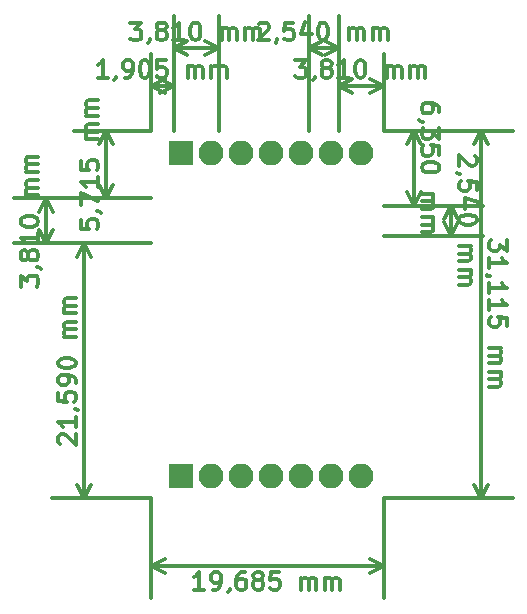
<source format=gbs>
G04 #@! TF.FileFunction,Soldermask,Bot*
%FSLAX46Y46*%
G04 Gerber Fmt 4.6, Leading zero omitted, Abs format (unit mm)*
G04 Created by KiCad (PCBNEW 4.0.7-e1-6374~58~ubuntu16.04.1) date Wed Aug  2 11:39:58 2017*
%MOMM*%
%LPD*%
G01*
G04 APERTURE LIST*
%ADD10C,0.100000*%
%ADD11C,0.300000*%
%ADD12R,2.100000X2.100000*%
%ADD13O,2.100000X2.100000*%
G04 APERTURE END LIST*
D10*
D11*
X175475001Y-92586429D02*
X175546430Y-92515000D01*
X175689287Y-92443571D01*
X176046430Y-92443571D01*
X176189287Y-92515000D01*
X176260716Y-92586429D01*
X176332144Y-92729286D01*
X176332144Y-92872143D01*
X176260716Y-93086429D01*
X175403573Y-93943571D01*
X176332144Y-93943571D01*
X177046429Y-93872143D02*
X177046429Y-93943571D01*
X176975001Y-94086429D01*
X176903572Y-94157857D01*
X178403573Y-92443571D02*
X177689287Y-92443571D01*
X177617858Y-93157857D01*
X177689287Y-93086429D01*
X177832144Y-93015000D01*
X178189287Y-93015000D01*
X178332144Y-93086429D01*
X178403573Y-93157857D01*
X178475001Y-93300714D01*
X178475001Y-93657857D01*
X178403573Y-93800714D01*
X178332144Y-93872143D01*
X178189287Y-93943571D01*
X177832144Y-93943571D01*
X177689287Y-93872143D01*
X177617858Y-93800714D01*
X179760715Y-92943571D02*
X179760715Y-93943571D01*
X179403572Y-92372143D02*
X179046429Y-93443571D01*
X179975001Y-93443571D01*
X180832143Y-92443571D02*
X180975000Y-92443571D01*
X181117857Y-92515000D01*
X181189286Y-92586429D01*
X181260715Y-92729286D01*
X181332143Y-93015000D01*
X181332143Y-93372143D01*
X181260715Y-93657857D01*
X181189286Y-93800714D01*
X181117857Y-93872143D01*
X180975000Y-93943571D01*
X180832143Y-93943571D01*
X180689286Y-93872143D01*
X180617857Y-93800714D01*
X180546429Y-93657857D01*
X180475000Y-93372143D01*
X180475000Y-93015000D01*
X180546429Y-92729286D01*
X180617857Y-92586429D01*
X180689286Y-92515000D01*
X180832143Y-92443571D01*
X183117857Y-93943571D02*
X183117857Y-92943571D01*
X183117857Y-93086429D02*
X183189285Y-93015000D01*
X183332143Y-92943571D01*
X183546428Y-92943571D01*
X183689285Y-93015000D01*
X183760714Y-93157857D01*
X183760714Y-93943571D01*
X183760714Y-93157857D02*
X183832143Y-93015000D01*
X183975000Y-92943571D01*
X184189285Y-92943571D01*
X184332143Y-93015000D01*
X184403571Y-93157857D01*
X184403571Y-93943571D01*
X185117857Y-93943571D02*
X185117857Y-92943571D01*
X185117857Y-93086429D02*
X185189285Y-93015000D01*
X185332143Y-92943571D01*
X185546428Y-92943571D01*
X185689285Y-93015000D01*
X185760714Y-93157857D01*
X185760714Y-93943571D01*
X185760714Y-93157857D02*
X185832143Y-93015000D01*
X185975000Y-92943571D01*
X186189285Y-92943571D01*
X186332143Y-93015000D01*
X186403571Y-93157857D01*
X186403571Y-93943571D01*
X182245000Y-94615000D02*
X179705000Y-94615000D01*
X182245000Y-101600000D02*
X182245000Y-91915000D01*
X179705000Y-101600000D02*
X179705000Y-91915000D01*
X179705000Y-94615000D02*
X180831504Y-94028579D01*
X179705000Y-94615000D02*
X180831504Y-95201421D01*
X182245000Y-94615000D02*
X181118496Y-94028579D01*
X182245000Y-94615000D02*
X181118496Y-95201421D01*
X178578573Y-95618571D02*
X179507144Y-95618571D01*
X179007144Y-96190000D01*
X179221430Y-96190000D01*
X179364287Y-96261429D01*
X179435716Y-96332857D01*
X179507144Y-96475714D01*
X179507144Y-96832857D01*
X179435716Y-96975714D01*
X179364287Y-97047143D01*
X179221430Y-97118571D01*
X178792858Y-97118571D01*
X178650001Y-97047143D01*
X178578573Y-96975714D01*
X180221429Y-97047143D02*
X180221429Y-97118571D01*
X180150001Y-97261429D01*
X180078572Y-97332857D01*
X181078573Y-96261429D02*
X180935715Y-96190000D01*
X180864287Y-96118571D01*
X180792858Y-95975714D01*
X180792858Y-95904286D01*
X180864287Y-95761429D01*
X180935715Y-95690000D01*
X181078573Y-95618571D01*
X181364287Y-95618571D01*
X181507144Y-95690000D01*
X181578573Y-95761429D01*
X181650001Y-95904286D01*
X181650001Y-95975714D01*
X181578573Y-96118571D01*
X181507144Y-96190000D01*
X181364287Y-96261429D01*
X181078573Y-96261429D01*
X180935715Y-96332857D01*
X180864287Y-96404286D01*
X180792858Y-96547143D01*
X180792858Y-96832857D01*
X180864287Y-96975714D01*
X180935715Y-97047143D01*
X181078573Y-97118571D01*
X181364287Y-97118571D01*
X181507144Y-97047143D01*
X181578573Y-96975714D01*
X181650001Y-96832857D01*
X181650001Y-96547143D01*
X181578573Y-96404286D01*
X181507144Y-96332857D01*
X181364287Y-96261429D01*
X183078572Y-97118571D02*
X182221429Y-97118571D01*
X182650001Y-97118571D02*
X182650001Y-95618571D01*
X182507144Y-95832857D01*
X182364286Y-95975714D01*
X182221429Y-96047143D01*
X184007143Y-95618571D02*
X184150000Y-95618571D01*
X184292857Y-95690000D01*
X184364286Y-95761429D01*
X184435715Y-95904286D01*
X184507143Y-96190000D01*
X184507143Y-96547143D01*
X184435715Y-96832857D01*
X184364286Y-96975714D01*
X184292857Y-97047143D01*
X184150000Y-97118571D01*
X184007143Y-97118571D01*
X183864286Y-97047143D01*
X183792857Y-96975714D01*
X183721429Y-96832857D01*
X183650000Y-96547143D01*
X183650000Y-96190000D01*
X183721429Y-95904286D01*
X183792857Y-95761429D01*
X183864286Y-95690000D01*
X184007143Y-95618571D01*
X186292857Y-97118571D02*
X186292857Y-96118571D01*
X186292857Y-96261429D02*
X186364285Y-96190000D01*
X186507143Y-96118571D01*
X186721428Y-96118571D01*
X186864285Y-96190000D01*
X186935714Y-96332857D01*
X186935714Y-97118571D01*
X186935714Y-96332857D02*
X187007143Y-96190000D01*
X187150000Y-96118571D01*
X187364285Y-96118571D01*
X187507143Y-96190000D01*
X187578571Y-96332857D01*
X187578571Y-97118571D01*
X188292857Y-97118571D02*
X188292857Y-96118571D01*
X188292857Y-96261429D02*
X188364285Y-96190000D01*
X188507143Y-96118571D01*
X188721428Y-96118571D01*
X188864285Y-96190000D01*
X188935714Y-96332857D01*
X188935714Y-97118571D01*
X188935714Y-96332857D02*
X189007143Y-96190000D01*
X189150000Y-96118571D01*
X189364285Y-96118571D01*
X189507143Y-96190000D01*
X189578571Y-96332857D01*
X189578571Y-97118571D01*
X186055000Y-97790000D02*
X182245000Y-97790000D01*
X186055000Y-101600000D02*
X186055000Y-95090000D01*
X182245000Y-101600000D02*
X182245000Y-95090000D01*
X182245000Y-97790000D02*
X183371504Y-97203579D01*
X182245000Y-97790000D02*
X183371504Y-98376421D01*
X186055000Y-97790000D02*
X184928496Y-97203579D01*
X186055000Y-97790000D02*
X184928496Y-98376421D01*
X164608573Y-92443571D02*
X165537144Y-92443571D01*
X165037144Y-93015000D01*
X165251430Y-93015000D01*
X165394287Y-93086429D01*
X165465716Y-93157857D01*
X165537144Y-93300714D01*
X165537144Y-93657857D01*
X165465716Y-93800714D01*
X165394287Y-93872143D01*
X165251430Y-93943571D01*
X164822858Y-93943571D01*
X164680001Y-93872143D01*
X164608573Y-93800714D01*
X166251429Y-93872143D02*
X166251429Y-93943571D01*
X166180001Y-94086429D01*
X166108572Y-94157857D01*
X167108573Y-93086429D02*
X166965715Y-93015000D01*
X166894287Y-92943571D01*
X166822858Y-92800714D01*
X166822858Y-92729286D01*
X166894287Y-92586429D01*
X166965715Y-92515000D01*
X167108573Y-92443571D01*
X167394287Y-92443571D01*
X167537144Y-92515000D01*
X167608573Y-92586429D01*
X167680001Y-92729286D01*
X167680001Y-92800714D01*
X167608573Y-92943571D01*
X167537144Y-93015000D01*
X167394287Y-93086429D01*
X167108573Y-93086429D01*
X166965715Y-93157857D01*
X166894287Y-93229286D01*
X166822858Y-93372143D01*
X166822858Y-93657857D01*
X166894287Y-93800714D01*
X166965715Y-93872143D01*
X167108573Y-93943571D01*
X167394287Y-93943571D01*
X167537144Y-93872143D01*
X167608573Y-93800714D01*
X167680001Y-93657857D01*
X167680001Y-93372143D01*
X167608573Y-93229286D01*
X167537144Y-93157857D01*
X167394287Y-93086429D01*
X169108572Y-93943571D02*
X168251429Y-93943571D01*
X168680001Y-93943571D02*
X168680001Y-92443571D01*
X168537144Y-92657857D01*
X168394286Y-92800714D01*
X168251429Y-92872143D01*
X170037143Y-92443571D02*
X170180000Y-92443571D01*
X170322857Y-92515000D01*
X170394286Y-92586429D01*
X170465715Y-92729286D01*
X170537143Y-93015000D01*
X170537143Y-93372143D01*
X170465715Y-93657857D01*
X170394286Y-93800714D01*
X170322857Y-93872143D01*
X170180000Y-93943571D01*
X170037143Y-93943571D01*
X169894286Y-93872143D01*
X169822857Y-93800714D01*
X169751429Y-93657857D01*
X169680000Y-93372143D01*
X169680000Y-93015000D01*
X169751429Y-92729286D01*
X169822857Y-92586429D01*
X169894286Y-92515000D01*
X170037143Y-92443571D01*
X172322857Y-93943571D02*
X172322857Y-92943571D01*
X172322857Y-93086429D02*
X172394285Y-93015000D01*
X172537143Y-92943571D01*
X172751428Y-92943571D01*
X172894285Y-93015000D01*
X172965714Y-93157857D01*
X172965714Y-93943571D01*
X172965714Y-93157857D02*
X173037143Y-93015000D01*
X173180000Y-92943571D01*
X173394285Y-92943571D01*
X173537143Y-93015000D01*
X173608571Y-93157857D01*
X173608571Y-93943571D01*
X174322857Y-93943571D02*
X174322857Y-92943571D01*
X174322857Y-93086429D02*
X174394285Y-93015000D01*
X174537143Y-92943571D01*
X174751428Y-92943571D01*
X174894285Y-93015000D01*
X174965714Y-93157857D01*
X174965714Y-93943571D01*
X174965714Y-93157857D02*
X175037143Y-93015000D01*
X175180000Y-92943571D01*
X175394285Y-92943571D01*
X175537143Y-93015000D01*
X175608571Y-93157857D01*
X175608571Y-93943571D01*
X168275000Y-94615000D02*
X172085000Y-94615000D01*
X168275000Y-101600000D02*
X168275000Y-91915000D01*
X172085000Y-101600000D02*
X172085000Y-91915000D01*
X172085000Y-94615000D02*
X170958496Y-95201421D01*
X172085000Y-94615000D02*
X170958496Y-94028579D01*
X168275000Y-94615000D02*
X169401504Y-95201421D01*
X168275000Y-94615000D02*
X169401504Y-94028579D01*
X162679644Y-97118571D02*
X161822501Y-97118571D01*
X162251073Y-97118571D02*
X162251073Y-95618571D01*
X162108216Y-95832857D01*
X161965358Y-95975714D01*
X161822501Y-96047143D01*
X163393929Y-97047143D02*
X163393929Y-97118571D01*
X163322501Y-97261429D01*
X163251072Y-97332857D01*
X164108215Y-97118571D02*
X164393930Y-97118571D01*
X164536787Y-97047143D01*
X164608215Y-96975714D01*
X164751073Y-96761429D01*
X164822501Y-96475714D01*
X164822501Y-95904286D01*
X164751073Y-95761429D01*
X164679644Y-95690000D01*
X164536787Y-95618571D01*
X164251073Y-95618571D01*
X164108215Y-95690000D01*
X164036787Y-95761429D01*
X163965358Y-95904286D01*
X163965358Y-96261429D01*
X164036787Y-96404286D01*
X164108215Y-96475714D01*
X164251073Y-96547143D01*
X164536787Y-96547143D01*
X164679644Y-96475714D01*
X164751073Y-96404286D01*
X164822501Y-96261429D01*
X165751072Y-95618571D02*
X165893929Y-95618571D01*
X166036786Y-95690000D01*
X166108215Y-95761429D01*
X166179644Y-95904286D01*
X166251072Y-96190000D01*
X166251072Y-96547143D01*
X166179644Y-96832857D01*
X166108215Y-96975714D01*
X166036786Y-97047143D01*
X165893929Y-97118571D01*
X165751072Y-97118571D01*
X165608215Y-97047143D01*
X165536786Y-96975714D01*
X165465358Y-96832857D01*
X165393929Y-96547143D01*
X165393929Y-96190000D01*
X165465358Y-95904286D01*
X165536786Y-95761429D01*
X165608215Y-95690000D01*
X165751072Y-95618571D01*
X167608215Y-95618571D02*
X166893929Y-95618571D01*
X166822500Y-96332857D01*
X166893929Y-96261429D01*
X167036786Y-96190000D01*
X167393929Y-96190000D01*
X167536786Y-96261429D01*
X167608215Y-96332857D01*
X167679643Y-96475714D01*
X167679643Y-96832857D01*
X167608215Y-96975714D01*
X167536786Y-97047143D01*
X167393929Y-97118571D01*
X167036786Y-97118571D01*
X166893929Y-97047143D01*
X166822500Y-96975714D01*
X169465357Y-97118571D02*
X169465357Y-96118571D01*
X169465357Y-96261429D02*
X169536785Y-96190000D01*
X169679643Y-96118571D01*
X169893928Y-96118571D01*
X170036785Y-96190000D01*
X170108214Y-96332857D01*
X170108214Y-97118571D01*
X170108214Y-96332857D02*
X170179643Y-96190000D01*
X170322500Y-96118571D01*
X170536785Y-96118571D01*
X170679643Y-96190000D01*
X170751071Y-96332857D01*
X170751071Y-97118571D01*
X171465357Y-97118571D02*
X171465357Y-96118571D01*
X171465357Y-96261429D02*
X171536785Y-96190000D01*
X171679643Y-96118571D01*
X171893928Y-96118571D01*
X172036785Y-96190000D01*
X172108214Y-96332857D01*
X172108214Y-97118571D01*
X172108214Y-96332857D02*
X172179643Y-96190000D01*
X172322500Y-96118571D01*
X172536785Y-96118571D01*
X172679643Y-96190000D01*
X172751071Y-96332857D01*
X172751071Y-97118571D01*
X166370000Y-97790000D02*
X168275000Y-97790000D01*
X166370000Y-101600000D02*
X166370000Y-95090000D01*
X168275000Y-101600000D02*
X168275000Y-95090000D01*
X168275000Y-97790000D02*
X167148496Y-98376421D01*
X168275000Y-97790000D02*
X167148496Y-97203579D01*
X166370000Y-97790000D02*
X167496504Y-98376421D01*
X166370000Y-97790000D02*
X167496504Y-97203579D01*
X193798571Y-103720001D02*
X193870000Y-103791430D01*
X193941429Y-103934287D01*
X193941429Y-104291430D01*
X193870000Y-104434287D01*
X193798571Y-104505716D01*
X193655714Y-104577144D01*
X193512857Y-104577144D01*
X193298571Y-104505716D01*
X192441429Y-103648573D01*
X192441429Y-104577144D01*
X192512857Y-105291429D02*
X192441429Y-105291429D01*
X192298571Y-105220001D01*
X192227143Y-105148572D01*
X193941429Y-106648573D02*
X193941429Y-105934287D01*
X193227143Y-105862858D01*
X193298571Y-105934287D01*
X193370000Y-106077144D01*
X193370000Y-106434287D01*
X193298571Y-106577144D01*
X193227143Y-106648573D01*
X193084286Y-106720001D01*
X192727143Y-106720001D01*
X192584286Y-106648573D01*
X192512857Y-106577144D01*
X192441429Y-106434287D01*
X192441429Y-106077144D01*
X192512857Y-105934287D01*
X192584286Y-105862858D01*
X193441429Y-108005715D02*
X192441429Y-108005715D01*
X194012857Y-107648572D02*
X192941429Y-107291429D01*
X192941429Y-108220001D01*
X193941429Y-109077143D02*
X193941429Y-109220000D01*
X193870000Y-109362857D01*
X193798571Y-109434286D01*
X193655714Y-109505715D01*
X193370000Y-109577143D01*
X193012857Y-109577143D01*
X192727143Y-109505715D01*
X192584286Y-109434286D01*
X192512857Y-109362857D01*
X192441429Y-109220000D01*
X192441429Y-109077143D01*
X192512857Y-108934286D01*
X192584286Y-108862857D01*
X192727143Y-108791429D01*
X193012857Y-108720000D01*
X193370000Y-108720000D01*
X193655714Y-108791429D01*
X193798571Y-108862857D01*
X193870000Y-108934286D01*
X193941429Y-109077143D01*
X192441429Y-111362857D02*
X193441429Y-111362857D01*
X193298571Y-111362857D02*
X193370000Y-111434285D01*
X193441429Y-111577143D01*
X193441429Y-111791428D01*
X193370000Y-111934285D01*
X193227143Y-112005714D01*
X192441429Y-112005714D01*
X193227143Y-112005714D02*
X193370000Y-112077143D01*
X193441429Y-112220000D01*
X193441429Y-112434285D01*
X193370000Y-112577143D01*
X193227143Y-112648571D01*
X192441429Y-112648571D01*
X192441429Y-113362857D02*
X193441429Y-113362857D01*
X193298571Y-113362857D02*
X193370000Y-113434285D01*
X193441429Y-113577143D01*
X193441429Y-113791428D01*
X193370000Y-113934285D01*
X193227143Y-114005714D01*
X192441429Y-114005714D01*
X193227143Y-114005714D02*
X193370000Y-114077143D01*
X193441429Y-114220000D01*
X193441429Y-114434285D01*
X193370000Y-114577143D01*
X193227143Y-114648571D01*
X192441429Y-114648571D01*
X191770000Y-107950000D02*
X191770000Y-110490000D01*
X186055000Y-107950000D02*
X194470000Y-107950000D01*
X186055000Y-110490000D02*
X194470000Y-110490000D01*
X191770000Y-110490000D02*
X191183579Y-109363496D01*
X191770000Y-110490000D02*
X192356421Y-109363496D01*
X191770000Y-107950000D02*
X191183579Y-109076504D01*
X191770000Y-107950000D02*
X192356421Y-109076504D01*
X190766429Y-99989287D02*
X190766429Y-99703573D01*
X190695000Y-99560716D01*
X190623571Y-99489287D01*
X190409286Y-99346430D01*
X190123571Y-99275001D01*
X189552143Y-99275001D01*
X189409286Y-99346430D01*
X189337857Y-99417858D01*
X189266429Y-99560716D01*
X189266429Y-99846430D01*
X189337857Y-99989287D01*
X189409286Y-100060716D01*
X189552143Y-100132144D01*
X189909286Y-100132144D01*
X190052143Y-100060716D01*
X190123571Y-99989287D01*
X190195000Y-99846430D01*
X190195000Y-99560716D01*
X190123571Y-99417858D01*
X190052143Y-99346430D01*
X189909286Y-99275001D01*
X189337857Y-100846429D02*
X189266429Y-100846429D01*
X189123571Y-100775001D01*
X189052143Y-100703572D01*
X190766429Y-101346430D02*
X190766429Y-102275001D01*
X190195000Y-101775001D01*
X190195000Y-101989287D01*
X190123571Y-102132144D01*
X190052143Y-102203573D01*
X189909286Y-102275001D01*
X189552143Y-102275001D01*
X189409286Y-102203573D01*
X189337857Y-102132144D01*
X189266429Y-101989287D01*
X189266429Y-101560715D01*
X189337857Y-101417858D01*
X189409286Y-101346430D01*
X190766429Y-103632144D02*
X190766429Y-102917858D01*
X190052143Y-102846429D01*
X190123571Y-102917858D01*
X190195000Y-103060715D01*
X190195000Y-103417858D01*
X190123571Y-103560715D01*
X190052143Y-103632144D01*
X189909286Y-103703572D01*
X189552143Y-103703572D01*
X189409286Y-103632144D01*
X189337857Y-103560715D01*
X189266429Y-103417858D01*
X189266429Y-103060715D01*
X189337857Y-102917858D01*
X189409286Y-102846429D01*
X190766429Y-104632143D02*
X190766429Y-104775000D01*
X190695000Y-104917857D01*
X190623571Y-104989286D01*
X190480714Y-105060715D01*
X190195000Y-105132143D01*
X189837857Y-105132143D01*
X189552143Y-105060715D01*
X189409286Y-104989286D01*
X189337857Y-104917857D01*
X189266429Y-104775000D01*
X189266429Y-104632143D01*
X189337857Y-104489286D01*
X189409286Y-104417857D01*
X189552143Y-104346429D01*
X189837857Y-104275000D01*
X190195000Y-104275000D01*
X190480714Y-104346429D01*
X190623571Y-104417857D01*
X190695000Y-104489286D01*
X190766429Y-104632143D01*
X189266429Y-106917857D02*
X190266429Y-106917857D01*
X190123571Y-106917857D02*
X190195000Y-106989285D01*
X190266429Y-107132143D01*
X190266429Y-107346428D01*
X190195000Y-107489285D01*
X190052143Y-107560714D01*
X189266429Y-107560714D01*
X190052143Y-107560714D02*
X190195000Y-107632143D01*
X190266429Y-107775000D01*
X190266429Y-107989285D01*
X190195000Y-108132143D01*
X190052143Y-108203571D01*
X189266429Y-108203571D01*
X189266429Y-108917857D02*
X190266429Y-108917857D01*
X190123571Y-108917857D02*
X190195000Y-108989285D01*
X190266429Y-109132143D01*
X190266429Y-109346428D01*
X190195000Y-109489285D01*
X190052143Y-109560714D01*
X189266429Y-109560714D01*
X190052143Y-109560714D02*
X190195000Y-109632143D01*
X190266429Y-109775000D01*
X190266429Y-109989285D01*
X190195000Y-110132143D01*
X190052143Y-110203571D01*
X189266429Y-110203571D01*
X188595000Y-101600000D02*
X188595000Y-107950000D01*
X186055000Y-101600000D02*
X191295000Y-101600000D01*
X186055000Y-107950000D02*
X191295000Y-107950000D01*
X188595000Y-107950000D02*
X188008579Y-106823496D01*
X188595000Y-107950000D02*
X189181421Y-106823496D01*
X188595000Y-101600000D02*
X188008579Y-102726504D01*
X188595000Y-101600000D02*
X189181421Y-102726504D01*
X158626429Y-128134285D02*
X158555000Y-128062856D01*
X158483571Y-127919999D01*
X158483571Y-127562856D01*
X158555000Y-127419999D01*
X158626429Y-127348570D01*
X158769286Y-127277142D01*
X158912143Y-127277142D01*
X159126429Y-127348570D01*
X159983571Y-128205713D01*
X159983571Y-127277142D01*
X159983571Y-125848571D02*
X159983571Y-126705714D01*
X159983571Y-126277142D02*
X158483571Y-126277142D01*
X158697857Y-126419999D01*
X158840714Y-126562857D01*
X158912143Y-126705714D01*
X159912143Y-125134286D02*
X159983571Y-125134286D01*
X160126429Y-125205714D01*
X160197857Y-125277143D01*
X158483571Y-123777142D02*
X158483571Y-124491428D01*
X159197857Y-124562857D01*
X159126429Y-124491428D01*
X159055000Y-124348571D01*
X159055000Y-123991428D01*
X159126429Y-123848571D01*
X159197857Y-123777142D01*
X159340714Y-123705714D01*
X159697857Y-123705714D01*
X159840714Y-123777142D01*
X159912143Y-123848571D01*
X159983571Y-123991428D01*
X159983571Y-124348571D01*
X159912143Y-124491428D01*
X159840714Y-124562857D01*
X159983571Y-122991429D02*
X159983571Y-122705714D01*
X159912143Y-122562857D01*
X159840714Y-122491429D01*
X159626429Y-122348571D01*
X159340714Y-122277143D01*
X158769286Y-122277143D01*
X158626429Y-122348571D01*
X158555000Y-122420000D01*
X158483571Y-122562857D01*
X158483571Y-122848571D01*
X158555000Y-122991429D01*
X158626429Y-123062857D01*
X158769286Y-123134286D01*
X159126429Y-123134286D01*
X159269286Y-123062857D01*
X159340714Y-122991429D01*
X159412143Y-122848571D01*
X159412143Y-122562857D01*
X159340714Y-122420000D01*
X159269286Y-122348571D01*
X159126429Y-122277143D01*
X158483571Y-121348572D02*
X158483571Y-121205715D01*
X158555000Y-121062858D01*
X158626429Y-120991429D01*
X158769286Y-120920000D01*
X159055000Y-120848572D01*
X159412143Y-120848572D01*
X159697857Y-120920000D01*
X159840714Y-120991429D01*
X159912143Y-121062858D01*
X159983571Y-121205715D01*
X159983571Y-121348572D01*
X159912143Y-121491429D01*
X159840714Y-121562858D01*
X159697857Y-121634286D01*
X159412143Y-121705715D01*
X159055000Y-121705715D01*
X158769286Y-121634286D01*
X158626429Y-121562858D01*
X158555000Y-121491429D01*
X158483571Y-121348572D01*
X159983571Y-119062858D02*
X158983571Y-119062858D01*
X159126429Y-119062858D02*
X159055000Y-118991430D01*
X158983571Y-118848572D01*
X158983571Y-118634287D01*
X159055000Y-118491430D01*
X159197857Y-118420001D01*
X159983571Y-118420001D01*
X159197857Y-118420001D02*
X159055000Y-118348572D01*
X158983571Y-118205715D01*
X158983571Y-117991430D01*
X159055000Y-117848572D01*
X159197857Y-117777144D01*
X159983571Y-117777144D01*
X159983571Y-117062858D02*
X158983571Y-117062858D01*
X159126429Y-117062858D02*
X159055000Y-116991430D01*
X158983571Y-116848572D01*
X158983571Y-116634287D01*
X159055000Y-116491430D01*
X159197857Y-116420001D01*
X159983571Y-116420001D01*
X159197857Y-116420001D02*
X159055000Y-116348572D01*
X158983571Y-116205715D01*
X158983571Y-115991430D01*
X159055000Y-115848572D01*
X159197857Y-115777144D01*
X159983571Y-115777144D01*
X160655000Y-132715000D02*
X160655000Y-111125000D01*
X166370000Y-132715000D02*
X157955000Y-132715000D01*
X166370000Y-111125000D02*
X157955000Y-111125000D01*
X160655000Y-111125000D02*
X161241421Y-112251504D01*
X160655000Y-111125000D02*
X160068579Y-112251504D01*
X160655000Y-132715000D02*
X161241421Y-131588496D01*
X160655000Y-132715000D02*
X160068579Y-131588496D01*
X155308571Y-114791427D02*
X155308571Y-113862856D01*
X155880000Y-114362856D01*
X155880000Y-114148570D01*
X155951429Y-114005713D01*
X156022857Y-113934284D01*
X156165714Y-113862856D01*
X156522857Y-113862856D01*
X156665714Y-113934284D01*
X156737143Y-114005713D01*
X156808571Y-114148570D01*
X156808571Y-114577142D01*
X156737143Y-114719999D01*
X156665714Y-114791427D01*
X156737143Y-113148571D02*
X156808571Y-113148571D01*
X156951429Y-113219999D01*
X157022857Y-113291428D01*
X155951429Y-112291427D02*
X155880000Y-112434285D01*
X155808571Y-112505713D01*
X155665714Y-112577142D01*
X155594286Y-112577142D01*
X155451429Y-112505713D01*
X155380000Y-112434285D01*
X155308571Y-112291427D01*
X155308571Y-112005713D01*
X155380000Y-111862856D01*
X155451429Y-111791427D01*
X155594286Y-111719999D01*
X155665714Y-111719999D01*
X155808571Y-111791427D01*
X155880000Y-111862856D01*
X155951429Y-112005713D01*
X155951429Y-112291427D01*
X156022857Y-112434285D01*
X156094286Y-112505713D01*
X156237143Y-112577142D01*
X156522857Y-112577142D01*
X156665714Y-112505713D01*
X156737143Y-112434285D01*
X156808571Y-112291427D01*
X156808571Y-112005713D01*
X156737143Y-111862856D01*
X156665714Y-111791427D01*
X156522857Y-111719999D01*
X156237143Y-111719999D01*
X156094286Y-111791427D01*
X156022857Y-111862856D01*
X155951429Y-112005713D01*
X156808571Y-110291428D02*
X156808571Y-111148571D01*
X156808571Y-110719999D02*
X155308571Y-110719999D01*
X155522857Y-110862856D01*
X155665714Y-111005714D01*
X155737143Y-111148571D01*
X155308571Y-109362857D02*
X155308571Y-109220000D01*
X155380000Y-109077143D01*
X155451429Y-109005714D01*
X155594286Y-108934285D01*
X155880000Y-108862857D01*
X156237143Y-108862857D01*
X156522857Y-108934285D01*
X156665714Y-109005714D01*
X156737143Y-109077143D01*
X156808571Y-109220000D01*
X156808571Y-109362857D01*
X156737143Y-109505714D01*
X156665714Y-109577143D01*
X156522857Y-109648571D01*
X156237143Y-109720000D01*
X155880000Y-109720000D01*
X155594286Y-109648571D01*
X155451429Y-109577143D01*
X155380000Y-109505714D01*
X155308571Y-109362857D01*
X156808571Y-107077143D02*
X155808571Y-107077143D01*
X155951429Y-107077143D02*
X155880000Y-107005715D01*
X155808571Y-106862857D01*
X155808571Y-106648572D01*
X155880000Y-106505715D01*
X156022857Y-106434286D01*
X156808571Y-106434286D01*
X156022857Y-106434286D02*
X155880000Y-106362857D01*
X155808571Y-106220000D01*
X155808571Y-106005715D01*
X155880000Y-105862857D01*
X156022857Y-105791429D01*
X156808571Y-105791429D01*
X156808571Y-105077143D02*
X155808571Y-105077143D01*
X155951429Y-105077143D02*
X155880000Y-105005715D01*
X155808571Y-104862857D01*
X155808571Y-104648572D01*
X155880000Y-104505715D01*
X156022857Y-104434286D01*
X156808571Y-104434286D01*
X156022857Y-104434286D02*
X155880000Y-104362857D01*
X155808571Y-104220000D01*
X155808571Y-104005715D01*
X155880000Y-103862857D01*
X156022857Y-103791429D01*
X156808571Y-103791429D01*
X157480000Y-111125000D02*
X157480000Y-107315000D01*
X166370000Y-111125000D02*
X154780000Y-111125000D01*
X166370000Y-107315000D02*
X154780000Y-107315000D01*
X157480000Y-107315000D02*
X158066421Y-108441504D01*
X157480000Y-107315000D02*
X156893579Y-108441504D01*
X157480000Y-111125000D02*
X158066421Y-109998496D01*
X157480000Y-111125000D02*
X156893579Y-109998496D01*
X160388571Y-109171784D02*
X160388571Y-109886070D01*
X161102857Y-109957499D01*
X161031429Y-109886070D01*
X160960000Y-109743213D01*
X160960000Y-109386070D01*
X161031429Y-109243213D01*
X161102857Y-109171784D01*
X161245714Y-109100356D01*
X161602857Y-109100356D01*
X161745714Y-109171784D01*
X161817143Y-109243213D01*
X161888571Y-109386070D01*
X161888571Y-109743213D01*
X161817143Y-109886070D01*
X161745714Y-109957499D01*
X161817143Y-108386071D02*
X161888571Y-108386071D01*
X162031429Y-108457499D01*
X162102857Y-108528928D01*
X160388571Y-107886070D02*
X160388571Y-106886070D01*
X161888571Y-107528927D01*
X161888571Y-105528928D02*
X161888571Y-106386071D01*
X161888571Y-105957499D02*
X160388571Y-105957499D01*
X160602857Y-106100356D01*
X160745714Y-106243214D01*
X160817143Y-106386071D01*
X160388571Y-104171785D02*
X160388571Y-104886071D01*
X161102857Y-104957500D01*
X161031429Y-104886071D01*
X160960000Y-104743214D01*
X160960000Y-104386071D01*
X161031429Y-104243214D01*
X161102857Y-104171785D01*
X161245714Y-104100357D01*
X161602857Y-104100357D01*
X161745714Y-104171785D01*
X161817143Y-104243214D01*
X161888571Y-104386071D01*
X161888571Y-104743214D01*
X161817143Y-104886071D01*
X161745714Y-104957500D01*
X161888571Y-102314643D02*
X160888571Y-102314643D01*
X161031429Y-102314643D02*
X160960000Y-102243215D01*
X160888571Y-102100357D01*
X160888571Y-101886072D01*
X160960000Y-101743215D01*
X161102857Y-101671786D01*
X161888571Y-101671786D01*
X161102857Y-101671786D02*
X160960000Y-101600357D01*
X160888571Y-101457500D01*
X160888571Y-101243215D01*
X160960000Y-101100357D01*
X161102857Y-101028929D01*
X161888571Y-101028929D01*
X161888571Y-100314643D02*
X160888571Y-100314643D01*
X161031429Y-100314643D02*
X160960000Y-100243215D01*
X160888571Y-100100357D01*
X160888571Y-99886072D01*
X160960000Y-99743215D01*
X161102857Y-99671786D01*
X161888571Y-99671786D01*
X161102857Y-99671786D02*
X160960000Y-99600357D01*
X160888571Y-99457500D01*
X160888571Y-99243215D01*
X160960000Y-99100357D01*
X161102857Y-99028929D01*
X161888571Y-99028929D01*
X162560000Y-107315000D02*
X162560000Y-101600000D01*
X166370000Y-107315000D02*
X159860000Y-107315000D01*
X166370000Y-101600000D02*
X159860000Y-101600000D01*
X162560000Y-101600000D02*
X163146421Y-102726504D01*
X162560000Y-101600000D02*
X161973579Y-102726504D01*
X162560000Y-107315000D02*
X163146421Y-106188496D01*
X162560000Y-107315000D02*
X161973579Y-106188496D01*
X170855358Y-140458571D02*
X169998215Y-140458571D01*
X170426787Y-140458571D02*
X170426787Y-138958571D01*
X170283930Y-139172857D01*
X170141072Y-139315714D01*
X169998215Y-139387143D01*
X171569643Y-140458571D02*
X171855358Y-140458571D01*
X171998215Y-140387143D01*
X172069643Y-140315714D01*
X172212501Y-140101429D01*
X172283929Y-139815714D01*
X172283929Y-139244286D01*
X172212501Y-139101429D01*
X172141072Y-139030000D01*
X171998215Y-138958571D01*
X171712501Y-138958571D01*
X171569643Y-139030000D01*
X171498215Y-139101429D01*
X171426786Y-139244286D01*
X171426786Y-139601429D01*
X171498215Y-139744286D01*
X171569643Y-139815714D01*
X171712501Y-139887143D01*
X171998215Y-139887143D01*
X172141072Y-139815714D01*
X172212501Y-139744286D01*
X172283929Y-139601429D01*
X172998214Y-140387143D02*
X172998214Y-140458571D01*
X172926786Y-140601429D01*
X172855357Y-140672857D01*
X174283929Y-138958571D02*
X173998215Y-138958571D01*
X173855358Y-139030000D01*
X173783929Y-139101429D01*
X173641072Y-139315714D01*
X173569643Y-139601429D01*
X173569643Y-140172857D01*
X173641072Y-140315714D01*
X173712500Y-140387143D01*
X173855358Y-140458571D01*
X174141072Y-140458571D01*
X174283929Y-140387143D01*
X174355358Y-140315714D01*
X174426786Y-140172857D01*
X174426786Y-139815714D01*
X174355358Y-139672857D01*
X174283929Y-139601429D01*
X174141072Y-139530000D01*
X173855358Y-139530000D01*
X173712500Y-139601429D01*
X173641072Y-139672857D01*
X173569643Y-139815714D01*
X175283929Y-139601429D02*
X175141071Y-139530000D01*
X175069643Y-139458571D01*
X174998214Y-139315714D01*
X174998214Y-139244286D01*
X175069643Y-139101429D01*
X175141071Y-139030000D01*
X175283929Y-138958571D01*
X175569643Y-138958571D01*
X175712500Y-139030000D01*
X175783929Y-139101429D01*
X175855357Y-139244286D01*
X175855357Y-139315714D01*
X175783929Y-139458571D01*
X175712500Y-139530000D01*
X175569643Y-139601429D01*
X175283929Y-139601429D01*
X175141071Y-139672857D01*
X175069643Y-139744286D01*
X174998214Y-139887143D01*
X174998214Y-140172857D01*
X175069643Y-140315714D01*
X175141071Y-140387143D01*
X175283929Y-140458571D01*
X175569643Y-140458571D01*
X175712500Y-140387143D01*
X175783929Y-140315714D01*
X175855357Y-140172857D01*
X175855357Y-139887143D01*
X175783929Y-139744286D01*
X175712500Y-139672857D01*
X175569643Y-139601429D01*
X177212500Y-138958571D02*
X176498214Y-138958571D01*
X176426785Y-139672857D01*
X176498214Y-139601429D01*
X176641071Y-139530000D01*
X176998214Y-139530000D01*
X177141071Y-139601429D01*
X177212500Y-139672857D01*
X177283928Y-139815714D01*
X177283928Y-140172857D01*
X177212500Y-140315714D01*
X177141071Y-140387143D01*
X176998214Y-140458571D01*
X176641071Y-140458571D01*
X176498214Y-140387143D01*
X176426785Y-140315714D01*
X179069642Y-140458571D02*
X179069642Y-139458571D01*
X179069642Y-139601429D02*
X179141070Y-139530000D01*
X179283928Y-139458571D01*
X179498213Y-139458571D01*
X179641070Y-139530000D01*
X179712499Y-139672857D01*
X179712499Y-140458571D01*
X179712499Y-139672857D02*
X179783928Y-139530000D01*
X179926785Y-139458571D01*
X180141070Y-139458571D01*
X180283928Y-139530000D01*
X180355356Y-139672857D01*
X180355356Y-140458571D01*
X181069642Y-140458571D02*
X181069642Y-139458571D01*
X181069642Y-139601429D02*
X181141070Y-139530000D01*
X181283928Y-139458571D01*
X181498213Y-139458571D01*
X181641070Y-139530000D01*
X181712499Y-139672857D01*
X181712499Y-140458571D01*
X181712499Y-139672857D02*
X181783928Y-139530000D01*
X181926785Y-139458571D01*
X182141070Y-139458571D01*
X182283928Y-139530000D01*
X182355356Y-139672857D01*
X182355356Y-140458571D01*
X186055000Y-138430000D02*
X166370000Y-138430000D01*
X186055000Y-132715000D02*
X186055000Y-141130000D01*
X166370000Y-132715000D02*
X166370000Y-141130000D01*
X166370000Y-138430000D02*
X167496504Y-137843579D01*
X166370000Y-138430000D02*
X167496504Y-139016421D01*
X186055000Y-138430000D02*
X184928496Y-137843579D01*
X186055000Y-138430000D02*
X184928496Y-139016421D01*
X196481429Y-110871787D02*
X196481429Y-111800358D01*
X195910000Y-111300358D01*
X195910000Y-111514644D01*
X195838571Y-111657501D01*
X195767143Y-111728930D01*
X195624286Y-111800358D01*
X195267143Y-111800358D01*
X195124286Y-111728930D01*
X195052857Y-111657501D01*
X194981429Y-111514644D01*
X194981429Y-111086072D01*
X195052857Y-110943215D01*
X195124286Y-110871787D01*
X194981429Y-113228929D02*
X194981429Y-112371786D01*
X194981429Y-112800358D02*
X196481429Y-112800358D01*
X196267143Y-112657501D01*
X196124286Y-112514643D01*
X196052857Y-112371786D01*
X195052857Y-113943214D02*
X194981429Y-113943214D01*
X194838571Y-113871786D01*
X194767143Y-113800357D01*
X194981429Y-115371786D02*
X194981429Y-114514643D01*
X194981429Y-114943215D02*
X196481429Y-114943215D01*
X196267143Y-114800358D01*
X196124286Y-114657500D01*
X196052857Y-114514643D01*
X194981429Y-116800357D02*
X194981429Y-115943214D01*
X194981429Y-116371786D02*
X196481429Y-116371786D01*
X196267143Y-116228929D01*
X196124286Y-116086071D01*
X196052857Y-115943214D01*
X196481429Y-118157500D02*
X196481429Y-117443214D01*
X195767143Y-117371785D01*
X195838571Y-117443214D01*
X195910000Y-117586071D01*
X195910000Y-117943214D01*
X195838571Y-118086071D01*
X195767143Y-118157500D01*
X195624286Y-118228928D01*
X195267143Y-118228928D01*
X195124286Y-118157500D01*
X195052857Y-118086071D01*
X194981429Y-117943214D01*
X194981429Y-117586071D01*
X195052857Y-117443214D01*
X195124286Y-117371785D01*
X194981429Y-120014642D02*
X195981429Y-120014642D01*
X195838571Y-120014642D02*
X195910000Y-120086070D01*
X195981429Y-120228928D01*
X195981429Y-120443213D01*
X195910000Y-120586070D01*
X195767143Y-120657499D01*
X194981429Y-120657499D01*
X195767143Y-120657499D02*
X195910000Y-120728928D01*
X195981429Y-120871785D01*
X195981429Y-121086070D01*
X195910000Y-121228928D01*
X195767143Y-121300356D01*
X194981429Y-121300356D01*
X194981429Y-122014642D02*
X195981429Y-122014642D01*
X195838571Y-122014642D02*
X195910000Y-122086070D01*
X195981429Y-122228928D01*
X195981429Y-122443213D01*
X195910000Y-122586070D01*
X195767143Y-122657499D01*
X194981429Y-122657499D01*
X195767143Y-122657499D02*
X195910000Y-122728928D01*
X195981429Y-122871785D01*
X195981429Y-123086070D01*
X195910000Y-123228928D01*
X195767143Y-123300356D01*
X194981429Y-123300356D01*
X194310000Y-101600000D02*
X194310000Y-132715000D01*
X186055000Y-101600000D02*
X197010000Y-101600000D01*
X186055000Y-132715000D02*
X197010000Y-132715000D01*
X194310000Y-132715000D02*
X193723579Y-131588496D01*
X194310000Y-132715000D02*
X194896421Y-131588496D01*
X194310000Y-101600000D02*
X193723579Y-102726504D01*
X194310000Y-101600000D02*
X194896421Y-102726504D01*
D12*
X168910000Y-130810000D03*
D13*
X171450000Y-130810000D03*
X173990000Y-130810000D03*
X176530000Y-130810000D03*
X179070000Y-130810000D03*
X181610000Y-130810000D03*
X184150000Y-130810000D03*
D12*
X168910000Y-103505000D03*
D13*
X171450000Y-103505000D03*
X173990000Y-103505000D03*
X176530000Y-103505000D03*
X179070000Y-103505000D03*
X181610000Y-103505000D03*
X184150000Y-103505000D03*
M02*

</source>
